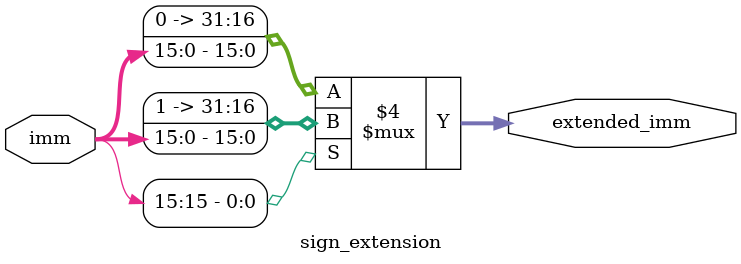
<source format=v>
module sign_extension(
    input wire [15:0] imm,
    output reg [31:0] extended_imm
);

always @(*) begin
    if (imm[15] == 1'b1) begin
        extended_imm = {16'b1111111111111111, imm};
    end else begin
        extended_imm = {16'b0000000000000000, imm};
    end
end
endmodule
</source>
